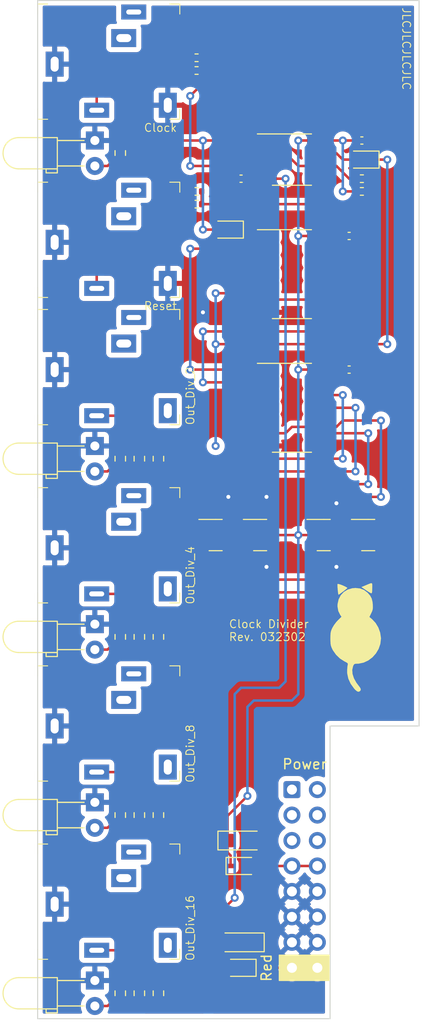
<source format=kicad_pcb>
(kicad_pcb (version 20211014) (generator pcbnew)
  (layers (0 "F.Cu" signal) (31 "B.Cu" signal) (34 "B.Paste" user) (35 "F.Paste" user) (36 "B.SilkS" user "B.Silkscreen") (37 "F.SilkS" user "F.Silkscreen") (38 "B.Mask" user) (39 "F.Mask" user) (44 "Edge.Cuts" user))
  (net 0 "")
  (net 1 "-12V")
  (net 2 "GND")
  (net 3 "Net-(D1-Pad2)")
  (net 4 "Net-(D2-Pad2)")
  (net 5 "Net-(IC1-Pad1)")
  (net 6 "Net-(IC1-Pad2)")
  (net 7 "Net-(D4-Pad1)")
  (net 8 "Net-(IC1-Pad3)")
  (net 9 "Net-(IC3-Pad2)")
  (net 10 "Net-(D5-Pad2)")
  (net 11 "Net-(IC3-Pad6)")
  (net 12 "Net-(IC3-Pad8)")
  (net 16 "Net-(IC4-Pad6)")
  (net 18 "Net-(IC4-Pad9)")
  (net 20 "Net-(IC4-Pad11)")
  (net 21 "Net-(IC4-Pad12)")
  (net 23 "Net-(J1-PadT)")
  (net 24 "Net-(J2-PadT)")
  (net 25 "Net-(J3-PadT)")
  (net 26 "Net-(J4-PadT)")
  (net 27 "Net-(J5-PadT)")
  (net 28 "Net-(J6-PadT)")
  (net 29 "Net-(IC1-Pad5)")
  (net 30 "Net-(D6-Pad2)")
  (net 31 "Net-(D7-Pad2)")
  (net 32 "+12V")
  (net 33 "Net-(IC3-Pad5)")
  (net 34 "Net-(D8-Pad2)")
  (net 35 "L{slash}2")
  (net 36 "L{slash}4")
  (net 37 "L{slash}8")
  (net 38 "L{slash}16")
  (net 39 "Net-(IC3-Pad1)")
  (net 40 "Net-(IC1-Pad7)")
  (footprint "Resistor_SMD:R_0603_1608Metric" (layer "F.Cu") (at 10.16 81.28 90)
    (fp_text reference "R17" hide)
    (fp_text value "1k2" hide)
    (pad "1" smd roundrect (at -0.825 0 90) (size 0.8 0.95) (layers "F.Cu" "F.Paste" "F.Mask") (net 37 "L{slash}8"))
    (pad "2" smd roundrect (at 0.825 0 90) (size 0.8 0.95) (layers "F.Cu" "F.Paste" "F.Mask") (net 27 "Net-(J5-PadT)"))
  )
  (footprint "Resistor_SMD:R_0402_1005Metric" (layer "F.Cu") (at 15.875 6.985)
    (fp_text reference "R4" hide)
    (fp_text value "10k" hide)
    (pad "1" smd roundrect (at -0.51 0) (size 0.54 0.64) (layers "F.Cu" "F.Paste" "F.Mask") (net 23 "Net-(J1-PadT)"))
    (pad "2" smd roundrect (at 0.51 0) (size 0.54 0.64) (layers "F.Cu" "F.Paste" "F.Mask") (net 8 "Net-(IC1-Pad3)"))
  )
  (footprint "Resistor_SMD:R_0603_1608Metric" (layer "F.Cu") (at 12.065 63.5 -90)
    (fp_text reference "R16" hide)
    (fp_text value "1k" hide)
    (pad "1" smd roundrect (at -0.825 0 270) (size 0.8 0.95) (layers "F.Cu" "F.Paste" "F.Mask") (net 25 "Net-(J3-PadT)"))
    (pad "2" smd roundrect (at 0.825 0 270) (size 0.8 0.95) (layers "F.Cu" "F.Paste" "F.Mask") (net 2 "GND"))
  )
  (footprint "Capacitor_Tantalum_SMD:CP_EIA-3216-18_Kemet-A" (layer "F.Cu") (at 20.32 83.82)
    (fp_text reference "C2" hide)
    (fp_text value "10uF/16V" hide)
    (pad "1" smd roundrect (at -1.35 0) (size 1.4 1.35) (layers "F.Cu" "F.Paste" "F.Mask") (roundrect_rratio 0.1851851852) (net 32 "+12V"))
    (pad "2" smd roundrect (at 1.35 0) (size 1.4 1.35) (layers "F.Cu" "F.Paste" "F.Mask") (roundrect_rratio 0.1851851852) (net 2 "GND"))
  )
  (footprint "Resistor_SMD:R_0603_1608Metric" (layer "F.Cu") (at 10.16 99.06 90)
    (fp_text reference "R19" hide)
    (fp_text value "1k2" hide)
    (pad "1" smd roundrect (at -0.825 0 90) (size 0.8 0.95) (layers "F.Cu" "F.Paste" "F.Mask") (net 38 "L{slash}16"))
    (pad "2" smd roundrect (at 0.825 0 90) (size 0.8 0.95) (layers "F.Cu" "F.Paste" "F.Mask") (net 28 "Net-(J6-PadT)"))
  )
  (footprint "Capacitor_SMD:C_0402_1005Metric" (layer "F.Cu") (at 31.115 36.83)
    (fp_text reference "C4" hide)
    (fp_text value "100nF" hide)
    (pad "1" smd roundrect (at -0.48 0) (size 0.56 0.62) (layers "F.Cu" "F.Paste" "F.Mask") (net 32 "+12V"))
    (pad "2" smd roundrect (at 0.48 0) (size 0.56 0.62) (layers "F.Cu" "F.Paste" "F.Mask") (net 2 "GND"))
  )
  (footprint "Package_SO:SOIC-14_3.9x8.7mm_P1.27mm" (layer "F.Cu") (at 25.4 27.305)
    (fp_text reference "IC3" hide)
    (fp_text value "CD4069UBM96" hide)
    (pad "1" smd roundrect (at -2.475 -3.81) (size 1.95 0.6) (layers "F.Cu" "F.Paste" "F.Mask") (net 39 "Net-(IC3-Pad1)"))
    (pad "2" smd roundrect (at -2.475 -2.54) (size 1.95 0.6) (layers "F.Cu" "F.Paste" "F.Mask") (net 9 "Net-(IC3-Pad2)"))
    (pad "3" smd roundrect (at -2.475 -1.27) (size 1.95 0.6) (layers "F.Cu" "F.Paste" "F.Mask"))
    (pad "4" smd roundrect (at -2.475 0) (size 1.95 0.6) (layers "F.Cu" "F.Paste" "F.Mask"))
    (pad "5" smd roundrect (at -2.475 1.27) (size 1.95 0.6) (layers "F.Cu" "F.Paste" "F.Mask") (net 33 "Net-(IC3-Pad5)"))
    (pad "6" smd roundrect (at -2.475 2.54) (size 1.95 0.6) (layers "F.Cu" "F.Paste" "F.Mask") (net 11 "Net-(IC3-Pad6)"))
    (pad "7" smd roundrect (at -2.475 3.81) (size 1.95 0.6) (layers "F.Cu" "F.Paste" "F.Mask") (net 2 "GND"))
    (pad "8" smd roundrect (at 2.475 3.81) (size 1.95 0.6) (layers "F.Cu" "F.Paste" "F.Mask") (net 12 "Net-(IC3-Pad8)"))
    (pad "9" smd roundrect (at 2.475 2.54) (size 1.95 0.6) (layers "F.Cu" "F.Paste" "F.Mask") (net 11 "Net-(IC3-Pad6)"))
    (pad "10" smd roundrect (at 2.475 1.27) (size 1.95 0.6) (layers "F.Cu" "F.Paste" "F.Mask"))
    (pad "11" smd roundrect (at 2.475 0) (size 1.95 0.6) (layers "F.Cu" "F.Paste" "F.Mask"))
    (pad "12" smd roundrect (at 2.475 -1.27) (size 1.95 0.6) (layers "F.Cu" "F.Paste" "F.Mask"))
    (pad "13" smd roundrect (at 2.475 -2.54) (size 1.95 0.6) (layers "F.Cu" "F.Paste" "F.Mask"))
    (pad "14" smd roundrect (at 2.475 -3.81) (size 1.95 0.6) (layers "F.Cu" "F.Paste" "F.Mask") (net 32 "+12V"))
  )
  (footprint "Connector_Audio_QingPu:Jack_3.5mm_QingPu_WQP-PJ324M" (layer "F.Cu") (at 0 6.35)
    (fp_text reference "J1" hide)
    (fp_text value "Clock" (at 13.97 6.35) (layer "F.SilkS") (effects (font (size 0.8 0.8) (thickness 0.1)) (justify right)))
    (pad "R" thru_hole rect locked (at 9.6 -5.2) (size 2.5 1.5) (drill oval 1.5 0.5) (layers *.Cu *.Mask))
    (pad "RN" thru_hole rect locked (at 8.6 -2.6) (size 2.5 1.8) (drill oval 1.5 0.8) (layers *.Cu *.Mask))
    (pad "S" thru_hole rect locked (at 1.7 0) (size 1.8 2.5) (drill oval 0.8 1.5) (layers *.Cu *.Mask) (net 2 "GND"))
    (pad "T" thru_hole rect locked (at 5.9 4.6) (size 2.5 1.5) (drill oval 1.5 0.5) (layers *.Cu *.Mask) (net 23 "Net-(J1-PadT)"))
    (pad "TN" thru_hole rect locked (at 13 4.1) (size 1.8 2.5) (drill oval 0.8 1.5) (layers *.Cu *.Mask) (net 2 "GND"))
  )
  (footprint "LED_THT:LED_D3.0mm_Horizontal_O3.81mm_Z6.0mm" (layer "F.Cu") (at 5.715 97.79 -90)
    (fp_text reference "D8" hide)
    (fp_text value "LED" hide)
    (pad "1" thru_hole rect (at 0 0 270) (size 1.8 1.8) (drill 0.9) (layers *.Cu *.Mask) (net 2 "GND"))
    (pad "2" thru_hole circle (at 2.54 0 270) (size 1.8 1.8) (drill 0.9) (layers *.Cu *.Mask) (net 34 "Net-(D8-Pad2)"))
  )
  (footprint "Resistor_SMD:R_0603_1608Metric" (layer "F.Cu") (at 10.16 63.5 90)
    (fp_text reference "R14" hide)
    (fp_text value "1k2" hide)
    (pad "1" smd roundrect (at -0.825 0 90) (size 0.8 0.95) (layers "F.Cu" "F.Paste" "F.Mask") (net 36 "L{slash}4"))
    (pad "2" smd roundrect (at 0.825 0 90) (size 0.8 0.95) (layers "F.Cu" "F.Paste" "F.Mask") (net 25 "Net-(J3-PadT)"))
  )
  (footprint "Resistor_SMD:R_0402_1005Metric" (layer "F.Cu") (at 15.875 20.32)
    (fp_text reference "R10" hide)
    (fp_text value "10k" hide)
    (pad "1" smd roundrect (at -0.51 0) (size 0.54 0.64) (layers "F.Cu" "F.Paste" "F.Mask") (net 26 "Net-(J4-PadT)"))
    (pad "2" smd roundrect (at 0.51 0) (size 0.54 0.64) (layers "F.Cu" "F.Paste" "F.Mask") (net 29 "Net-(IC1-Pad5)"))
  )
  (footprint "Package_SO:SOIC-8_3.9x4.9mm_P1.27mm" (layer "F.Cu") (at 25.4 15.875)
    (fp_text reference "IC1" hide)
    (fp_text value "TL072CDT" hide)
    (pad "1" smd roundrect (at -2.475 -1.905) (size 1.95 0.6) (layers "F.Cu" "F.Paste" "F.Mask") (net 5 "Net-(IC1-Pad1)"))
    (pad "2" smd roundrect (at -2.475 -0.635) (size 1.95 0.6) (layers "F.Cu" "F.Paste" "F.Mask") (net 6 "Net-(IC1-Pad2)"))
    (pad "3" smd roundrect (at -2.475 0.635) (size 1.95 0.6) (layers "F.Cu" "F.Paste" "F.Mask") (net 8 "Net-(IC1-Pad3)"))
    (pad "4" smd roundrect (at -2.475 1.905) (size 1.95 0.6) (layers "F.Cu" "F.Paste" "F.Mask") (net 1 "-12V"))
    (pad "5" smd roundrect (at 2.475 1.905) (size 1.95 0.6) (layers "F.Cu" "F.Paste" "F.Mask") (net 29 "Net-(IC1-Pad5)"))
    (pad "6" smd roundrect (at 2.475 0.635) (size 1.95 0.6) (layers "F.Cu" "F.Paste" "F.Mask") (net 6 "Net-(IC1-Pad2)"))
    (pad "7" smd roundrect (at 2.475 -0.635) (size 1.95 0.6) (layers "F.Cu" "F.Paste" "F.Mask") (net 40 "Net-(IC1-Pad7)"))
    (pad "8" smd roundrect (at 2.475 -1.905) (size 1.95 0.6) (layers "F.Cu" "F.Paste" "F.Mask") (net 32 "+12V"))
  )
  (footprint "Connector_Audio_QingPu:Jack_3.5mm_QingPu_WQP-PJ324M" (layer "F.Cu") (at 0 90.17)
    (fp_text reference "J6" hide)
    (fp_text value "Out_Div_16" (at 15.24 5.715 90) (layer "F.SilkS") (effects (font (size 0.8 0.8) (thickness 0.1)) (justify left)))
    (pad "R" thru_hole rect locked (at 9.6 -5.2) (size 2.5 1.5) (drill oval 1.5 0.5) (layers *.Cu *.Mask))
    (pad "RN" thru_hole rect locked (at 8.6 -2.6) (size 2.5 1.8) (drill oval 1.5 0.8) (layers *.Cu *.Mask))
    (pad "S" thru_hole rect locked (at 1.7 0) (size 1.8 2.5) (drill oval 0.8 1.5) (layers *.Cu *.Mask) (net 2 "GND"))
    (pad "T" thru_hole rect locked (at 5.9 4.6) (size 2.5 1.5) (drill oval 1.5 0.5) (layers *.Cu *.Mask) (net 28 "Net-(J6-PadT)"))
    (pad "TN" thru_hole rect locked (at 13 4.1) (size 1.8 2.5) (drill oval 0.8 1.5) (layers *.Cu *.Mask))
  )
  (footprint "Package_TO_SOT_SMD:SOT-23" (layer "F.Cu") (at 17.78 53.34)
    (fp_text reference "Q1" hide)
    (fp_text value "MMBT3904" hide)
    (pad "1" smd roundrect (at -0.9375 -0.95) (size 1.475 0.6) (layers "F.Cu" "F.Paste" "F.Mask") (net 21 "Net-(IC4-Pad12)"))
    (pad "2" smd roundrect (at -0.9375 0.95) (size 1.475 0.6) (layers "F.Cu" "F.Paste" "F.Mask") (net 35 "L{slash}2"))
    (pad "3" smd roundrect (at 0.9375 0) (size 1.475 0.6) (layers "F.Cu" "F.Paste" "F.Mask") (net 32 "+12V"))
  )
  (footprint "Resistor_SMD:R_0603_1608Metric" (layer "F.Cu") (at 12.065 81.28 -90)
    (fp_text reference "R18" hide)
    (fp_text value "1k" hide)
    (pad "1" smd roundrect (at -0.825 0 270) (size 0.8 0.95) (layers "F.Cu" "F.Paste" "F.Mask") (net 27 "Net-(J5-PadT)"))
    (pad "2" smd roundrect (at 0.825 0 270) (size 0.8 0.95) (layers "F.Cu" "F.Paste" "F.Mask") (net 2 "GND"))
  )
  (footprint "LED_THT:LED_D3.0mm_Horizontal_O3.81mm_Z6.0mm" (layer "F.Cu") (at 5.715 44.45 -90)
    (fp_text reference "D5" hide)
    (fp_text value "LED" hide)
    (pad "1" thru_hole rect (at 0 0 270) (size 1.8 1.8) (drill 0.9) (layers *.Cu *.Mask) (net 2 "GND"))
    (pad "2" thru_hole circle (at 2.54 0 270) (size 1.8 1.8) (drill 0.9) (layers *.Cu *.Mask) (net 10 "Net-(D5-Pad2)"))
  )
  (footprint "Resistor_SMD:R_0603_1608Metric" (layer "F.Cu") (at 8.255 99.06 -90)
    (fp_text reference "R24" hide)
    (fp_text value "1k" hide)
    (pad "1" smd roundrect (at -0.825 0 270) (size 0.8 0.95) (layers "F.Cu" "F.Paste" "F.Mask") (net 38 "L{slash}16"))
    (pad "2" smd roundrect (at 0.825 0 270) (size 0.8 0.95) (layers "F.Cu" "F.Paste" "F.Mask") (net 34 "Net-(D8-Pad2)"))
  )
  (footprint "Resistor_SMD:R_0603_1608Metric" (layer "F.Cu") (at 8.255 63.5 -90)
    (fp_text reference "R22" hide)
    (fp_text value "1k" hide)
    (pad "1" smd roundrect (at -0.825 0 270) (size 0.8 0.95) (layers "F.Cu" "F.Paste" "F.Mask") (net 36 "L{slash}4"))
    (pad "2" smd roundrect (at 0.825 0 270) (size 0.8 0.95) (layers "F.Cu" "F.Paste" "F.Mask") (net 30 "Net-(D6-Pad2)"))
  )
  (footprint "Package_TO_SOT_SMD:SOT-23" (layer "F.Cu") (at 28.575 53.34)
    (fp_text reference "Q3" hide)
    (fp_text value "MMBT3904" hide)
    (pad "1" smd roundrect (at -0.9375 -0.95) (size 1.475 0.6) (layers "F.Cu" "F.Paste" "F.Mask") (net 18 "Net-(IC4-Pad9)"))
    (pad "2" smd roundrect (at -0.9375 0.95) (size 1.475 0.6) (layers "F.Cu" "F.Paste" "F.Mask") (net 37 "L{slash}8"))
    (pad "3" smd roundrect (at 0.9375 0) (size 1.475 0.6) (layers "F.Cu" "F.Paste" "F.Mask") (net 32 "+12V"))
  )
  (footprint "Resistor_SMD:R_0603_1608Metric" (layer "F.Cu") (at 8.255 81.28 -90)
    (fp_text reference "R23" hide)
    (fp_text value "1k" hide)
    (pad "1" smd roundrect (at -0.825 0 270) (size 0.8 0.95) (layers "F.Cu" "F.Paste" "F.Mask") (net 37 "L{slash}8"))
    (pad "2" smd roundrect (at 0.825 0 270) (size 0.8 0.95) (layers "F.Cu" "F.Paste" "F.Mask") (net 31 "Net-(D7-Pad2)"))
  )
  (footprint "Resistor_SMD:R_0603_1608Metric" (layer "F.Cu") (at 10.16 45.72 90)
    (fp_text reference "R7" hide)
    (fp_text value "1k2" hide)
    (pad "1" smd roundrect (at -0.825 0 90) (size 0.8 0.95) (layers "F.Cu" "F.Paste" "F.Mask") (net 35 "L{slash}2"))
    (pad "2" smd roundrect (at 0.825 0 90) (size 0.8 0.95) (layers "F.Cu" "F.Paste" "F.Mask") (net 24 "Net-(J2-PadT)"))
  )
  (footprint "Package_TO_SOT_SMD:SOT-23" (layer "F.Cu") (at 22.225 53.34)
    (fp_text reference "Q2" hide)
    (fp_text value "MMBT3904" hide)
    (pad "1" smd roundrect (at -0.9375 -0.95) (size 1.475 0.6) (layers "F.Cu" "F.Paste" "F.Mask") (net 20 "Net-(IC4-Pad11)"))
    (pad "2" smd roundrect (at -0.9375 0.95) (size 1.475 0.6) (layers "F.Cu" "F.Paste" "F.Mask") (net 36 "L{slash}4"))
    (pad "3" smd roundrect (at 0.9375 0) (size 1.475 0.6) (layers "F.Cu" "F.Paste" "F.Mask") (net 32 "+12V"))
  )
  (footprint "Resistor_SMD:R_0402_1005Metric" (layer "F.Cu") (at 32.385 17.78 180)
    (fp_text reference "R15" hide)
    (fp_text value "10k" hide)
    (pad "1" smd roundrect (at -0.51 0 180) (size 0.54 0.64) (layers "F.Cu" "F.Paste" "F.Mask") (net 2 "GND"))
    (pad "2" smd roundrect (at 0.51 0 180) (size 0.54 0.64) (layers "F.Cu" "F.Paste" "F.Mask") (net 6 "Net-(IC1-Pad2)"))
  )
  (footprint "Resistor_SMD:R_0603_1608Metric" (layer "F.Cu") (at 12.065 45.72 -90)
    (fp_text reference "R8" hide)
    (fp_text value "1k" hide)
    (pad "1" smd roundrect (at -0.825 0 270) (size 0.8 0.95) (layers "F.Cu" "F.Paste" "F.Mask") (net 24 "Net-(J2-PadT)"))
    (pad "2" smd roundrect (at 0.825 0 270) (size 0.8 0.95) (layers "F.Cu" "F.Paste" "F.Mask") (net 2 "GND"))
  )
  (footprint "Diode_SMD:D_SOD-323" (layer "F.Cu") (at 19.05 22.86 180)
    (fp_text reference "D3" hide)
    (fp_text value "1N4148WS" hide)
    (pad "1" smd rect (at -1.05 0 180) (size 0.6 0.45) (layers "F.Cu" "F.Paste" "F.Mask") (net 39 "Net-(IC3-Pad1)"))
    (pad "2" smd rect (at 1.05 0 180) (size 0.6 0.45) (layers "F.Cu" "F.Paste" "F.Mask") (net 5 "Net-(IC1-Pad1)"))
  )
  (footprint "Capacitor_SMD:C_0402_1005Metric" (layer "F.Cu") (at 20.32 17.78)
    (fp_text reference "C6" hide)
    (fp_text value "100nF" hide)
    (pad "1" smd roundrect (at -0.48 0) (size 0.56 0.62) (layers "F.Cu" "F.Paste" "F.Mask") (net 2 "GND"))
    (pad "2" smd roundrect (at 0.48 0) (size 0.56 0.62) (layers "F.Cu" "F.Paste" "F.Mask") (net 1 "-12V"))
  )
  (footprint "Connector_Audio_QingPu:Jack_3.5mm_QingPu_WQP-PJ324M" (layer "F.Cu") (at 0 24.13)
    (fp_text reference "J4" hide)
    (fp_text value "Reset" (at 13.97 6.35) (layer "F.SilkS") (effects (font (size 0.8 0.8) (thickness 0.1)) (justify right)))
    (pad "R" thru_hole rect locked (at 9.6 -5.2) (size 2.5 1.5) (drill oval 1.5 0.5) (layers *.Cu *.Mask))
    (pad "RN" thru_hole rect locked (at 8.6 -2.6) (size 2.5 1.8) (drill oval 1.5 0.8) (layers *.Cu *.Mask))
    (pad "S" thru_hole rect locked (at 1.7 0) (size 1.8 2.5) (drill oval 0.8 1.5) (layers *.Cu *.Mask) (net 2 "GND"))
    (pad "T" thru_hole rect locked (at 5.9 4.6) (size 2.5 1.5) (drill oval 1.5 0.5) (layers *.Cu *.Mask) (net 26 "Net-(J4-PadT)"))
    (pad "TN" thru_hole rect locked (at 13 4.1) (size 1.8 2.5) (drill oval 0.8 1.5) (layers *.Cu *.Mask) (net 2 "GND"))
  )
  (footprint "Resistor_SMD:R_0603_1608Metric" (layer "F.Cu") (at 8.255 45.72 -90)
    (fp_text reference "R21" hide)
    (fp_text value "1k" hide)
    (pad "1" smd roundrect (at -0.825 0 270) (size 0.8 0.95) (layers "F.Cu" "F.Paste" "F.Mask") (net 35 "L{slash}2"))
    (pad "2" smd roundrect (at 0.825 0 270) (size 0.8 0.95) (layers "F.Cu" "F.Paste" "F.Mask") (net 10 "Net-(D5-Pad2)"))
  )
  (footprint "Capacitor_SMD:C_0402_1005Metric" (layer "F.Cu") (at 32.385 13.97)
    (fp_text reference "C1" hide)
    (fp_text value "100nF" hide)
    (pad "1" smd roundrect (at -0.48 0) (size 0.56 0.62) (layers "F.Cu" "F.Paste" "F.Mask") (net 32 "+12V"))
    (pad "2" smd roundrect (at 0.48 0) (size 0.56 0.62) (layers "F.Cu" "F.Paste" "F.Mask") (net 2 "GND"))
  )
  (footprint "LED_THT:LED_D3.0mm_Horizontal_O3.81mm_Z6.0mm" (layer "F.Cu") (at 5.715 80.01 -90)
    (fp_text reference "D7" hide)
    (fp_text value "LED" hide)
    (pad "1" thru_hole rect (at 0 0 270) (size 1.8 1.8) (drill 0.9) (layers *.Cu *.Mask) (net 2 "GND"))
    (pad "2" thru_hole circle (at 2.54 0 270) (size 1.8 1.8) (drill 0.9) (layers *.Cu *.Mask) (net 31 "Net-(D7-Pad2)"))
  )
  (footprint "Diode_SMD:D_SOD-323" (layer "F.Cu") (at 20.32 96.52 180)
    (fp_text reference "D4" hide)
    (fp_text value "1N5819WS" hide)
    (pad "1" smd rect (at -1.05 0 180) (size 0.6 0.45) (layers "F.Cu" "F.Paste" "F.Mask") (net 7 "Net-(D4-Pad1)"))
    (pad "2" smd rect (at 1.05 0 180) (size 0.6 0.45) (layers "F.Cu" "F.Paste" "F.Mask") (net 1 "-12V"))
  )
  (footprint "Diode_SMD:D_SOD-323" (layer "F.Cu") (at 32.605 15.875 180)
    (fp_text reference "D9" hide)
    (fp_text value "1N4148WS" hide)
    (pad "1" smd rect (at -1.05 0 180) (size 0.6 0.45) (layers "F.Cu" "F.Paste" "F.Mask") (net 33 "Net-(IC3-Pad5)"))
    (pad "2" smd rect (at 1.05 0 180) (size 0.6 0.45) (layers "F.Cu" "F.Paste" "F.Mask") (net 40 "Net-(IC1-Pad7)"))
  )
  (footprint "Package_SO:SOIC-14_3.9x8.7mm_P1.27mm" (layer "F.Cu") (at 25.4 40.64)
    (fp_text reference "IC4" hide)
    (fp_text value "CD4024BM96" hide)
    (pad "1" smd roundrect (at -2.475 -3.81) (size 1.95 0.6) (layers "F.Cu" "F.Paste" "F.Mask") (net 9 "Net-(IC3-Pad2)"))
    (pad "2" smd roundrect (at -2.475 -2.54) (size 1.95 0.6) (layers "F.Cu" "F.Paste" "F.Mask") (net 12 "Net-(IC3-Pad8)"))
    (pad "3" smd roundrect (at -2.475 -1.27) (size 1.95 0.6) (layers "F.Cu" "F.Paste" "F.Mask"))
    (pad "4" smd roundrect (at -2.475 0) (size 1.95 0.6) (layers "F.Cu" "F.Paste" "F.Mask"))
    (pad "5" smd roundrect (at -2.475 1.27) (size 1.95 0.6) (layers "F.Cu" "F.Paste" "F.Mask"))
    (pad "6" smd roundrect (at -2.475 2.54) (size 1.95 0.6) (layers "F.Cu" "F.Paste" "F.Mask") (net 16 "Net-(IC4-Pad6)"))
    (pad "7" smd roundrect (at -2.475 3.81) (size 1.95 0.6) (layers "F.Cu" "F.Paste" "F.Mask") (net 2 "GND"))
    (pad "8" smd roundrect (at 2.475 3.81) (size 1.95 0.6) (layers "F.Cu" "F.Paste" "F.Mask"))
    (pad "9" smd roundrect (at 2.475 2.54) (size 1.95 0.6) (layers "F.Cu" "F.Paste" "F.Mask") (net 18 "Net-(IC4-Pad9)"))
    (pad "10" smd roundrect (at 2.475 1.27) (size 1.95 0.6) (layers "F.Cu" "F.Paste" "F.Mask"))
    (pad "11" smd roundrect (at 2.475 0) (size 1.95 0.6) (layers "F.Cu" "F.Paste" "F.Mask") (net 20 "Net-(IC4-Pad11)"))
    (pad "12" smd roundrect (at 2.475 -1.27) (size 1.95 0.6) (layers "F.Cu" "F.Paste" "F.Mask") (net 21 "Net-(IC4-Pad12)"))
    (pad "13" smd roundrect (at 2.475 -2.54) (size 1.95 0.6) (layers "F.Cu" "F.Paste" "F.Mask"))
    (pad "14" smd roundrect (at 2.475 -3.81) (size 1.95 0.6) (layers "F.Cu" "F.Paste" "F.Mask") (net 32 "+12V"))
  )
  (footprint "Capacitor_SMD:C_0402_1005Metric" (layer "F.Cu") (at 31.115 23.495)
    (fp_text reference "C5" hide)
    (fp_text value "100nF" hide)
    (pad "1" smd roundrect (at -0.48 0) (size 0.56 0.62) (layers "F.Cu" "F.Paste" "F.Mask") (net 32 "+12V"))
    (pad "2" smd roundrect (at 0.48 0) (size 0.56 0.62) (layers "F.Cu" "F.Paste" "F.Mask") (net 2 "GND"))
  )
  (footprint "Connector_Audio_QingPu:Jack_3.5mm_QingPu_WQP-PJ324M" (layer "F.Cu") (at 0 54.61)
    (fp_text reference "J3" hide)
    (fp_text value "Out_Div_4" (at 15.24 5.7 90) (layer "F.SilkS") (effects (font (size 0.8 0.8) (thickness 0.1)) (justify left)))
    (pad "R" thru_hole rect locked (at 9.6 -5.2) (size 2.5 1.5) (drill oval 1.5 0.5) (layers *.Cu *.Mask))
    (pad "RN" thru_hole rect locked (at 8.6 -2.6) (size 2.5 1.8) (drill oval 1.5 0.8) (layers *.Cu *.Mask))
    (pad "S" thru_hole rect locked (at 1.7 0) (size 1.8 2.5) (drill oval 0.8 1.5) (layers *.Cu *.Mask) (net 2 "GND"))
    (pad "T" thru_hole rect locked (at 5.9 4.6) (size 2.5 1.5) (drill oval 1.5 0.5) (layers *.Cu *.Mask) (net 25 "Net-(J3-PadT)"))
    (pad "TN" thru_hole rect locked (at 13 4.1) (size 1.8 2.5) (drill oval 0.8 1.5) (layers *.Cu *.Mask))
  )
  (footprint "Resistor_SMD:R_0402_1005Metric" (layer "F.Cu") (at 32.385 19.05 180)
    (fp_text reference "R1" hide)
    (fp_text value "100k" hide)
    (pad "1" smd roundrect (at -0.51 0 180) (size 0.54 0.64) (layers "F.Cu" "F.Paste" "F.Mask") (net 6 "Net-(IC1-Pad2)"))
    (pad "2" smd roundrect (at 0.51 0 180) (size 0.54 0.64) (layers "F.Cu" "F.Paste" "F.Mask") (net 32 "+12V"))
  )
  (footprint "Resistor_SMD:R_0402_1005Metric" (layer "F.Cu") (at 15.875 5.715)
    (fp_text reference "R2" hide)
    (fp_text value "100k" hide)
    (pad "1" smd roundrect (at -0.51 0) (size 0.54 0.64) (layers "F.Cu" "F.Paste" "F.Mask") (net 2 "GND"))
    (pad "2" smd roundrect (at 0.51 0) (size 0.54 0.64) (layers "F.Cu" "F.Paste" "F.Mask") (net 8 "Net-(IC1-Pad3)"))
  )
  (footprint "Package_TO_SOT_SMD:SOT-23" (layer "F.Cu") (at 33.02 53.34)
    (fp_text reference "Q4" hide)
    (fp_text value "MMBT3904" hide)
    (pad "1" smd roundrect (at -0.9375 -0.95) (size 1.475 0.6) (layers "F.Cu" "F.Paste" "F.Mask") (net 16 "Net-(IC4-Pad6)"))
    (pad "2" smd roundrect (at -0.9375 0.95) (size 1.475 0.6) (layers "F.Cu" "F.Paste" "F.Mask") (net 38 "L{slash}16"))
    (pad "3" smd roundrect (at 0.9375 0) (size 1.475 0.6) (layers "F.Cu" "F.Paste" "F.Mask") (net 32 "+12V"))
  )
  (footprint "LED_THT:LED_D3.0mm_Horizontal_O3.81mm_Z6.0mm" (layer "F.Cu") (at 5.715 62.23 -90)
    (fp_text reference "D6" hide)
    (fp_text value "LED" hide)
    (pad "1" thru_hole rect (at 0 0 270) (size 1.8 1.8) (drill 0.9) (layers *.Cu *.Mask) (net 2 "GND"))
    (pad "2" thru_hole circle (at 2.54 0 270) (size 1.8 1.8) (drill 0.9) (layers *.Cu *.Mask) (net 30 "Net-(D6-Pad2)"))
  )
  (footprint "Connector_Audio_QingPu:Jack_3.5mm_QingPu_WQP-PJ324M" (layer "F.Cu") (at 0 36.83)
    (fp_text reference "J2" hide)
    (fp_text value "Out_Div_2" (at 15.24 5.588 90) (layer "F.SilkS") (effects (font (size 0.8 0.8) (thickness 0.1)) (justify left)))
    (pad "R" thru_hole rect locked (at 9.6 -5.2) (size 2.5 1.5) (drill oval 1.5 0.5) (layers *.Cu *.Mask))
    (pad "RN" thru_hole rect locked (at 8.6 -2.6) (size 2.5 1.8) (drill oval 1.5 0.8) (layers *.Cu *.Mask))
    (pad "S" thru_hole rect locked (at 1.7 0) (size 1.8 2.5) (drill oval 0.8 1.5) (layers *.Cu *.Mask) (net 2 "GND"))
    (pad "T" thru_hole rect locked (at 5.9 4.6) (size 2.5 1.5) (drill oval 1.5 0.5) (layers *.Cu *.Mask) (net 24 "Net-(J2-PadT)"))
    (pad "TN" thru_hole rect locked (at 13 4.1) (size 1.8 2.5) (drill oval 0.8 1.5) (layers *.Cu *.Mask))
  )
  (footprint "Resistor_SMD:R_0603_1608Metric" (layer "F.Cu") (at 8.255 15.22 -90)
    (fp_text reference "R12" hide)
    (fp_text value "1k" hide)
    (pad "1" smd roundrect (at -0.825 0 270) (size 0.8 0.95) (layers "F.Cu" "F.Paste" "F.Mask") (net 5 "Net-(IC1-Pad1)"))
    (pad "2" smd roundrect (at 0.825 0 270) (size 0.8 0.95) (layers "F.Cu" "F.Paste" "F.Mask") (net 3 "Net-(D1-Pad2)"))
  )
  (footprint "CATs_Eurosynth_Specials:Power_2x8_Horizontal" (layer "F.Cu") (at 25.4 78.74)
    (fp_text reference "J7" hide)
    (fp_text value "Power_2x5" hide)
    (fp_text user "Power" (at 1.27 -2.54 180) (layer "F.SilkS"))
    (fp_text user "Red" (at -2.54 17.78 90) (layer "F.SilkS"))
    (pad "+5V" thru_hole circle locked (at 0 5.08) (size 1.7 1.7) (drill 1) (layers *.Cu *.Mask))
    (pad "+5V" thru_hole circle locked (at 2.54 5.08) (size 1.7 1.7) (drill 1) (layers *.Cu *.Mask))
    (pad "+12V" thru_hole circle locked (at 0 7.62) (size 1.7 1.7) (drill 1) (layers *.Cu *.Mask) (net 4 "Net-(D2-Pad2)"))
    (pad "+12V" thru_hole circle locked (at 2.54 7.62) (size 1.7 1.7) (drill 1) (layers *.Cu *.Mask) (net 4 "Net-(D2-Pad2)"))
    (pad "-12V" thru_hole circle locked (at 2.54 17.78) (size 1.7 1.7) (drill 1) (layers *.Cu *.Mask) (net 7 "Net-(D4-Pad1)"))
    (pad "-12V" thru_hole circle locked (at 0 17.78) (size 1.7 1.7) (drill 1) (layers *.Cu *.Mask) (net 7 "Net-(D4-Pad1)"))
    (pad "CV" thru_hole circle locked (at 2.54 2.54) (size 1.7 1.7) (drill 1) (layers *.Cu *.Mask))
    (pad "CV" thru_hole circle locked (at 0 2.54) (size 1.7 1.7) (drill 1) (layers *.Cu *.Mask))
    (pad "GND" thru_hole circle locked (at 2.54 15.24) (size 1.7 1.7) (drill 1) (layers *.Cu *.Mask) (net 2 "GND"))
    (pad "GND" thru_hole circle locked (at 0 12.7) (size 1.7 1.7) (drill 1) (layers *.Cu *.Mask) (net 2 "GND"))
    (pad "GND" thru_hole circle locked (at 0 10.16) (size 1.7 1.7) (drill 1) (layers *.Cu *.Mask) (net 2 "GND"))
    (pad "GND" thru_hole circle locked (at 2.54 10.16) (size 1.7 1.7) (drill 1) (layers *.Cu *.Mask) (net 2 "GND"))
    (pad "GND" thru_hole circle locked (at 2.54 12.7) (size 1.7 1.7) (drill 1) (layers *.Cu *.Mask) (net 2 "GND"))
    (pad "GND" thru_hole circle locked (at 0 15.24) (size 1.7 1.7) (drill 1) (layers *.Cu *.Mask) (net 2 "GND"))
    (pad "Gate" thru_hole circle locked (at 2.54 0) (size 1.7 1.7) (drill 1) (layers *.Cu *.Mask))
    (pad "Gate" thru_hole roundrect locked (at 0 0) (size 1.7 1.7) (drill 1) (layers *.Cu *.Mask) (roundrect_rratio 0.147))
  )
  (footprint "Connector_Audio_QingPu:Jack_3.5mm_QingPu_WQP-PJ324M" (layer "F.Cu") (at 0 72.39)
    (fp_text reference "J5" hide)
    (fp_text value "Out_Div_8" (at 15.24 5.715 90) (layer "F.SilkS") (effects (font (size 0.8 0.8) (thickness 0.1)) (justify left)))
    (pad "R" thru_hole rect locked (at 9.6 -5.2) (size 2.5 1.5) (drill oval 1.5 0.5) (layers *.Cu *.Mask))
    (pad "RN" thru_hole rect locked (at 8.6 -2.6) (size 2.5 1.8) (drill oval 1.5 0.8) (layers *.Cu *.Mask))
    (pad "S" thru_hole rect locked (at 1.7 0) (size 1.8 2.5) (drill oval 0.8 1.5) (layers *.Cu *.Mask) (net 2 "GND"))
    (pad "T" thru_hole rect locked (at 5.9 4.6) (size 2.5 1.5) (drill oval 1.5 0.5) (layers *.Cu *.Mask) (net 27 "Net-(J5-PadT)"))
    (pad "TN" thru_hole rect locked (at 13 4.1) (size 1.8 2.5) (drill oval 0.8 1.5) (layers *.Cu *.Mask))
  )
  (footprint "Diode_SMD:D_SOD-323" (layer "F.Cu") (at 20.32 86.36)
    (fp_text reference "D2" hide)
    (fp_text value "1N5819WS" hide)
    (pad "1" smd rect (at -1.05 0) (size 0.6 0.45) (layers "F.Cu" "F.Paste" "F.Mask") (net 32 "+12V"))
    (pad "2" smd rect (at 1.05 0) (size 0.6 0.45) (layers "F.Cu" "F.Paste" "F.Mask") (net 4 "Net-(D2-Pad2)"))
  )
  (footprint "Resistor_SMD:R_0402_1005Metric" (layer "F.Cu") (at 15.875 19.05)
    (fp_text reference "R5" hide)
    (fp_text value "100k" hide)
    (pad "1" smd roundrect (at -0.51 0) (size 0.54 0.64) (layers "F.Cu" "F.Paste" "F.Mask") (net 2 "GND"))
    (pad "2" smd roundrect (at 0.51 0) (size 0.54 0.64) (layers "F.Cu" "F.Paste" "F.Mask") (net 29 "Net-(IC1-Pad5)"))
  )
  (footprint "CATs_Eurosynth_Specials:CATs Tiny" (layer "F.Cu") (at 31.75 63.5)
    (fp_text reference "G***" hide)
    (fp_text value "LOGO" hide)
  )
  (footprint "LED_THT:LED_D3.0mm_Horizontal_O3.81mm_Z6.0mm" (layer "F.Cu") (at 5.715 13.97 -90)
    (fp_text reference "D1" hide)
    (fp_text value "LED" hide)
    (pad "1" thru_hole rect (at 0 0 270) (size 1.8 1.8) (drill 0.9) (layers *.Cu *.Mask) (net 2 "GND"))
    (pad "2" thru_hole circle (at 2.54 0 270) (size 1.8 1.8) (drill 0.9) (layers *.Cu *.Mask) (net 3 "Net-(D1-Pad2)"))
  )
  (footprint "Resistor_SMD:R_0603_1608Metric" (layer "F.Cu") (at 12.065 99.06 -90)
    (fp_text reference "R20" hide)
    (fp_text value "1k" hide)
    (pad "1" smd roundrect (at -0.825 0 270) (size 0.8 0.95) (layers "F.Cu" "F.Paste" "F.Mask") (net 28 "Net-(J6-PadT)"))
    (pad "2" smd roundrect (at 0.825 0 270) (size 0.8 0.95) (layers "F.Cu" "F.Paste" "F.Mask") (net 2 "GND"))
  )
  (footprint "Capacitor_Tantalum_SMD:CP_EIA-3216-18_Kemet-A" (layer "F.Cu") (at 20.32 93.98 180)
    (fp_text reference "C3" hide)
    (fp_text value "10uF/16V" hide)
    (pad "1" smd roundrect (at -1.35 0 180) (size 1.4 1.35) (layers "F.Cu" "F.Paste" "F.Mask") (roundrect_rratio 0.1851851852) (net 2 "GND"))
    (pad "2" smd roundrect (at 1.35 0 180) (size 1.4 1.35) (layers "F.Cu" "F.Paste" "F.Mask") (roundrect_rratio 0.1851851852) (net 1 "-12V"))
  )
  (gr_line (start 38.1 72.39) (end 29.21 72.39) (layer "Edge.Cuts") (width 0.1))
  (gr_line (start 38.1 0) (end 38.1 72.39) (layer "Edge.Cuts") (width 0.1))
  (gr_line (start 0 101.6) (end 0 0) (layer "Edge.Cuts") (width 0.1))
  (gr_line (start 29.21 101.6) (end 0 101.6) (layer "Edge.Cuts") (width 0.1))
  (gr_line (start 0 0) (end 38.1 0) (layer "Edge.Cuts") (width 0.1))
  (gr_line (start 29.21 72.39) (end 29.21 101.6) (layer "Edge.Cuts") (width 0.1))
  (gr_text "JLCJLCJLCJLC" (at 36.83 0.635 270) (layer "F.SilkS") (effects (font (size 0.8 0.8) (thickness 0.1)) (justify left)))
  (gr_text "Clock Divider\nRev. 032302" (at 19.05 62.865) (layer "F.SilkS") (effects (font (size 0.8 0.8) (thickness 0.1)) (justify left)))
  (segment (start 19.27 96.52) (end 19.27 95.47) (width 0.25) (layer "F.Cu") (net 1))
  (segment (start 18.97 93.98) (end 18.97 90.25) (width 0.25) (layer "F.Cu") (net 1))
  (segment (start 18.97 90.25) (end 19.685 89.535) (width 0.25) (layer "F.Cu") (net 1))
  (segment (start 20.8 17.78) (end 22.925 17.78) (width 0.25) (layer "F.Cu") (net 1))
  (segment (start 18.97 95.17) (end 18.97 93.98) (width 0.25) (layer "F.Cu") (net 1))
  (segment (start 24.765 17.78) (end 22.925 17.78) (width 0.25) (layer "F.Cu") (net 1))
  (segment (start 19.27 95.47) (end 18.97 95.17) (width 0.25) (layer "F.Cu") (net 1))
  (via (at 24.765 17.78) (size 0.8) (drill 0.4) (layers "F.Cu" "B.Cu") (net 1))
  (via (at 19.685 89.535) (size 0.8) (drill 0.4) (layers "F.Cu" "B.Cu") (net 1))
  (segment (start 19.685 89.535) (end 19.685 69.215) (width 0.25) (layer "B.Cu") (net 1))
  (segment (start 24.13 68.58) (end 24.765 67.945) (width 0.25) (layer "B.Cu") (net 1))
  (segment (start 24.765 67.945) (end 24.765 17.78) (width 0.25) (layer "B.Cu") (net 1))
  (segment (start 19.685 69.215) (end 20.32 68.58) (width 0.25) (layer "B.Cu") (net 1))
  (segment (start 20.32 68.58) (end 24.13 68.58) (width 0.25) (layer "B.Cu") (net 1))
  (via (at 19.05 49.53) (size 0.8) (drill 0.4) (layers "F.Cu" "B.Cu") (net 2))
  (via (at 29.845 50.165) (size 0.8) (drill 0.4) (layers "F.Cu" "B.Cu") (net 2))
  (via (at 22.86 49.53) (size 0.8) (drill 0.4) (layers "F.Cu" "B.Cu") (net 2))
  (via (at 16.51 31.115) (size 0.8) (drill 0.4) (layers "F.Cu" "B.Cu") (net 2))
  (via (at 22.86 56.515) (size 0.8) (drill 0.4) (layers "F.Cu" "B.Cu") (net 2))
  (via (at 29.845 56.515) (size 0.8) (drill 0.4) (layers "F.Cu" "B.Cu") (net 2))
  (segment (start 5.715 16.51) (end 6.985 16.51) (width 0.25) (layer "F.Cu") (net 3))
  (segment (start 7.45 16.045) (end 6.985 16.51) (width 0.25) (layer "F.Cu") (net 3))
  (segment (start 8.255 16.045) (end 7.45 16.045) (width 0.25) (layer "F.Cu") (net 3))
  (segment (start 21.37 86.36) (end 25.4 86.36) (width 0.25) (layer "F.Cu") (net 4))
  (segment (start 25.4 86.36) (end 27.94 86.36) (width 0.25) (layer "F.Cu") (net 4))
  (segment (start 16.51 13.97) (end 10.16 13.97) (width 0.25) (layer "F.Cu") (net 5))
  (segment (start 9.735 14.395) (end 8.255 14.395) (width 0.25) (layer "F.Cu") (net 5))
  (segment (start 16.51 13.97) (end 22.925 13.97) (width 0.25) (layer "F.Cu") (net 5))
  (segment (start 10.16 13.97) (end 9.735 14.395) (width 0.25) (layer "F.Cu") (net 5))
  (segment (start 18 22.86) (end 16.51 22.86) (width 0.25) (layer "F.Cu") (net 5))
  (via (at 16.51 13.97) (size 0.8) (drill 0.4) (layers "F.Cu" "B.Cu") (net 5))
  (via (at 16.51 22.86) (size 0.8) (drill 0.4) (layers "F.Cu" "B.Cu") (net 5))
  (segment (start 16.51 13.97) (end 16.51 22.86) (width 0.25) (layer "B.Cu") (net 5))
  (segment (start 24.765 15.24) (end 26.035 16.51) (width 0.25) (layer "F.Cu") (net 6))
  (segment (start 22.925 15.24) (end 24.765 15.24) (width 0.25) (layer "F.Cu") (net 6))
  (segment (start 31.115 17.78) (end 29.845 16.51) (width 0.25) (layer "F.Cu") (net 6))
  (segment (start 29.845 16.51) (end 27.875 16.51) (width 0.25) (layer "F.Cu") (net 6))
  (segment (start 32.895 18.925) (end 31.875 17.905) (width 0.25) (layer "F.Cu") (net 6))
  (segment (start 31.875 17.905) (end 31.875 17.78) (width 0.25) (layer "F.Cu") (net 6))
  (segment (start 31.875 17.78) (end 31.115 17.78) (width 0.25) (layer "F.Cu") (net 6))
  (segment (start 32.895 19.05) (end 32.895 18.925) (width 0.25) (layer "F.Cu") (net 6))
  (segment (start 26.035 16.51) (end 27.875 16.51) (width 0.25) (layer "F.Cu") (net 6))
  (segment (start 21.37 96.52) (end 25.4 96.52) (width 0.25) (layer "F.Cu") (net 7))
  (segment (start 25.4 96.52) (end 27.94 96.52) (width 0.25) (layer "F.Cu") (net 7))
  (segment (start 16.385 5.715) (end 16.385 6.985) (width 0.25) (layer "F.Cu") (net 8))
  (segment (start 16.385 8.38) (end 15.24 9.525) (width 0.25) (layer "F.Cu") (net 8))
  (segment (start 22.925 16.51) (end 15.24 16.51) (width 0.25) (layer "F.Cu") (net 8))
  (segment (start 16.385 6.985) (end 16.385 8.38) (width 0.25) (layer "F.Cu") (net 8))
  (via (at 15.24 16.51) (size 0.8) (drill 0.4) (layers "F.Cu" "B.Cu") (net 8))
  (via (at 15.24 9.525) (size 0.8) (drill 0.4) (layers "F.Cu" "B.Cu") (net 8))
  (segment (start 15.24 16.51) (end 15.24 9.525) (width 0.25) (layer "B.Cu") (net 8))
  (segment (start 22.925 24.765) (end 22.925 26.035) (width 0.25) (layer "F.Cu") (net 9))
  (segment (start 22.925 24.765) (end 15.24 24.765) (width 0.25) (layer "F.Cu") (net 9))
  (segment (start 15.24 36.83) (end 22.925 36.83) (width 0.25) (layer "F.Cu") (net 9))
  (via (at 15.24 24.765) (size 0.8) (drill 0.4) (layers "F.Cu" "B.Cu") (net 9))
  (via (at 15.24 36.83) (size 0.8) (drill 0.4) (layers "F.Cu" "B.Cu") (net 9))
  (segment (start 15.24 24.765) (end 15.24 36.83) (width 0.25) (layer "B.Cu") (net 9))
  (segment (start 7.43 46.545) (end 6.985 46.99) (width 0.25) (layer "F.Cu") (net 10))
  (segment (start 5.715 46.99) (end 6.985 46.99) (width 0.25) (layer "F.Cu") (net 10))
  (segment (start 8.255 46.545) (end 7.43 46.545) (width 0.25) (layer "F.Cu") (net 10))
  (segment (start 22.925 29.845) (end 27.875 29.845) (width 0.25) (layer "F.Cu") (net 11))
  (segment (start 27.875 31.115) (end 27.875 32.45) (width 0.25) (layer "F.Cu") (net 12))
  (segment (start 27.305 33.02) (end 16.51 33.02) (width 0.25) (layer "F.Cu") (net 12))
  (segment (start 27.875 32.45) (end 27.305 33.02) (width 0.25) (layer "F.Cu") (net 12))
  (segment (start 16.51 38.1) (end 22.925 38.1) (width 0.25) (layer "F.Cu") (net 12))
  (via (at 16.51 38.1) (size 0.8) (drill 0.4) (layers "F.Cu" "B.Cu") (net 12))
  (via (at 16.51 33.02) (size 0.8) (drill 0.4) (layers "F.Cu" "B.Cu") (net 12))
  (segment (start 16.51 33.02) (end 16.51 38.1) (width 0.25) (layer "B.Cu") (net 12))
  (segment (start 34.29 49.53) (end 32.385 49.53) (width 0.25) (layer "F.Cu") (net 16))
  (segment (start 30.48 41.91) (end 34.29 41.91) (width 0.25) (layer "F.Cu") (net 16))
  (segment (start 32.0825 49.8325) (end 32.385 49.53) (width 0.25) (layer "F.Cu") (net 16))
  (segment (start 25.4 42.545) (end 29.845 42.545) (width 0.25) (layer "F.Cu") (net 16))
  (segment (start 32.0825 52.39) (end 32.0825 49.8325) (width 0.25) (layer "F.Cu") (net 16))
  (segment (start 29.845 42.545) (end 30.48 41.91) (width 0.25) (layer "F.Cu") (net 16))
  (segment (start 22.925 43.18) (end 24.765 43.18) (width 0.25) (layer "F.Cu") (net 16))
  (segment (start 24.765 43.18) (end 25.4 42.545) (width 0.25) (layer "F.Cu") (net 16))
  (via (at 34.29 49.53) (size 0.8) (drill 0.4) (layers "F.Cu" "B.Cu") (net 16))
  (via (at 34.29 41.91) (size 0.8) (drill 0.4) (layers "F.Cu" "B.Cu") (net 16))
  (segment (start 34.29 41.91) (end 34.29 49.53) (width 0.25) (layer "B.Cu") (net 16))
  (segment (start 27.875 43.18) (end 33.02 43.18) (width 0.25) (layer "F.Cu") (net 18))
  (segment (start 33.02 48.26) (end 27.94 48.26) (width 0.25) (layer "F.Cu") (net 18))
  (segment (start 27.6375 48.5625) (end 27.94 48.26) (width 0.25) (layer "F.Cu") (net 18))
  (segment (start 27.6375 52.39) (end 27.6375 48.5625) (width 0.25) (layer "F.Cu") (net 18))
  (via (at 33.02 43.18) (size 0.8) (drill 0.4) (layers "F.Cu" "B.Cu") (net 18))
  (via (at 33.02 48.26) (size 0.8) (drill 0.4) (layers "F.Cu" "B.Cu") (net 18))
  (segment (start 33.02 43.18) (end 33.02 48.26) (width 0.25) (layer "B.Cu") (net 18))
  (segment (start 21.2875 47.2925) (end 21.59 46.99) (width 0.25) (layer "F.Cu") (net 20))
  (segment (start 27.875 40.64) (end 31.75 40.64) (width 0.25) (layer "F.Cu") (net 20))
  (segment (start 31.75 46.99) (end 21.59 46.99) (width 0.25) (layer "F.Cu") (net 20))
  (segment (start 21.2875 52.39) (end 21.2875 47.2925) (width 0.25) (layer "F.Cu") (net 20))
  (via (at 31.75 40.64) (size 0.8) (drill 0.4) (layers "F.Cu" "B.Cu") (net 20))
  (via (at 31.75 46.99) (size 0.8) (drill 0.4) (layers "F.Cu" "B.Cu") (net 20))
  (segment (start 31.75 40.64) (end 31.75 46.99) (width 0.25) (layer "B.Cu") (net 20))
  (segment (start 16.8425 52.39) (end 16.8425 46.0225) (width 0.25) (layer "F.Cu") (net 21))
  (segment (start 16.8425 46.0225) (end 17.145 45.72) (width 0.25) (layer "F.Cu") (net 21))
  (segment (start 27.875 39.37) (end 30.48 39.37) (width 0.25) (layer "F.Cu") (net 21))
  (segment (start 30.48 45.72) (end 17.145 45.72) (width 0.25) (layer "F.Cu") (net 21))
  (via (at 30.48 39.37) (size 0.8) (drill 0.4) (layers "F.Cu" "B.Cu") (net 21))
  (via (at 30.48 45.72) (size 0.8) (drill 0.4) (layers "F.Cu" "B.Cu") (net 21))
  (segment (start 30.48 39.37) (end 30.48 45.72) (width 0.25) (layer "B.Cu") (net 21))
  (segment (start 15.365 6.985) (end 6.35 6.985) (width 0.25) (layer "F.Cu") (net 23))
  (segment (start 5.9 10.95) (end 5.9 7.435) (width 0.25) (layer "F.Cu") (net 23))
  (segment (start 5.9 7.435) (end 6.35 6.985) (width 0.25) (layer "F.Cu") (net 23))
  (segment (start 10.16 44.895) (end 10.16 41.91) (width 0.25) (layer "F.Cu") (net 24))
  (segment (start 10.16 44.895) (end 12.065 44.895) (width 0.25) (layer "F.Cu") (net 24))
  (segment (start 9.68 41.43) (end 5.9 41.43) (width 0.25) (layer "F.Cu") (net 24))
  (segment (start 10.16 41.91) (end 9.68 41.43) (width 0.25) (layer "F.Cu") (net 24))
  (segment (start 10.16 59.69) (end 9.68 59.21) (width 0.25) (layer "F.Cu") (net 25))
  (segment (start 10.16 62.675) (end 12.065 62.675) (width 0.25) (layer "F.Cu") (net 25))
  (segment (start 10.16 62.675) (end 10.16 59.69) (width 0.25) (layer "F.Cu") (net 25))
  (segment (start 9.68 59.21) (end 5.9 59.21) (width 0.25) (layer "F.Cu") (net 25))
  (segment (start 12.065 23.495) (end 11.43 24.13) (width 0.25) (layer "F.Cu") (net 26))
  (segment (start 12.065 20.955) (end 12.065 23.495) (width 0.25) (layer "F.Cu") (net 26))
  (segment (start 5.9 24.58) (end 6.35 24.13) (width 0.25) (layer "F.Cu") (net 26))
  (segment (start 11.43 24.13) (end 6.35 24.13) (width 0.25) (layer "F.Cu") (net 26))
  (segment (start 12.7 20.32) (end 12.065 20.955) (width 0.25) (layer "F.Cu") (net 26))
  (segment (start 5.9 28.73) (end 5.9 24.58) (width 0.25) (layer "F.Cu") (net 26))
  (segment (start 15.365 20.32) (end 12.7 20.32) (width 0.25) (layer "F.Cu") (net 26))
  (segment (start 10.16 77.47) (end 9.68 76.99) (width 0.25) (layer "F.Cu") (net 27))
  (segment (start 9.68 76.99) (end 5.9 76.99) (width 0.25) (layer "F.Cu") (net 27))
  (segment (start 10.16 80.455) (end 10.16 77.47) (width 0.25) (layer "F.Cu") (net 27))
  (segment (start 10.16 80.455) (end 12.065 80.455) (width 0.25) (layer "F.Cu") (net 27))
  (segment (start 9.68 94.77) (end 5.9 94.77) (width 0.25) (layer "F.Cu") (net 28))
  (segment (start 10.16 95.25) (end 9.68 94.77) (width 0.25) (layer "F.Cu") (net 28))
  (segment (start 12.065 98.235) (end 10.16 98.235) (width 0.25) (layer "F.Cu") (net 28))
  (segment (start 10.16 98.235) (end 10.16 95.25) (width 0.25) (layer "F.Cu") (net 28))
  (segment (start 16.385 20.32) (end 27.305 20.32) (width 0.25) (layer "F.Cu") (net 29))
  (segment (start 27.875 17.78) (end 27.875 19.75) (width 0.25) (layer "F.Cu") (net 29))
  (segment (start 16.385 19.05) (end 16.385 20.32) (width 0.25) (layer "F.Cu") (net 29))
  (segment (start 27.875 19.75) (end 27.305 20.32) (width 0.25) (layer "F.Cu") (net 29))
  (segment (start 8.255 64.325) (end 7.43 64.325) (width 0.25) (layer "F.Cu") (net 30))
  (segment (start 7.43 64.325) (end 6.985 64.77) (width 0.25) (layer "F.Cu") (net 30))
  (segment (start 5.715 64.77) (end 6.985 64.77) (width 0.25) (layer "F.Cu") (net 30))
  (segment (start 7.43 82.105) (end 6.985 82.55) (width 0.25) (layer "F.Cu") (net 31))
  (segment (start 5.715 82.55) (end 6.985 82.55) (width 0.25) (layer "F.Cu") (net 31))
  (segment (start 8.255 82.105) (end 7.43 82.105) (width 0.25) (layer "F.Cu") (net 31))
  (segment (start 19.27 85.31) (end 18.97 85.01) (width 0.25) (layer "F.Cu") (net 32))
  (segment (start 27.875 13.97) (end 30.48 13.97) (width 0.25) (layer "F.Cu") (net 32))
  (segment (start 19.27 86.36) (end 19.27 85.31) (width 0.25) (layer "F.Cu") (net 32))
  (segment (start 31.875 19.05) (end 30.48 19.05) (width 0.25) (layer "F.Cu") (net 32))
  (segment (start 26.035 53.34) (end 29.5125 53.34) (width 0.25) (layer "F.Cu") (net 32))
  (segment (start 27.875 36.83) (end 30.635 36.83) (width 0.25) (layer "F.Cu") (net 32))
  (segment (start 18.97 83.82) (end 18.97 81.36) (width 0.25) (layer "F.Cu") (net 32))
  (segment (start 23.1625 53.34) (end 26.035 53.34) (width 0.25) (layer "F.Cu") (net 32))
  (segment (start 26.035 23.495) (end 27.875 23.495) (width 0.25) (layer "F.Cu") (net 32))
  (segment (start 30.48 13.97) (end 31.905 13.97) (width 0.25) (layer "F.Cu") (net 32))
  (segment (start 18.97 85.01) (end 18.97 83.82) (width 0.25) (layer "F.Cu") (net 32))
  (segment (start 26.035 36.83) (end 27.875 36.83) (width 0.25) (layer "F.Cu") (net 32))
  (segment (start 27.875 23.495) (end 30.635 23.495) (width 0.25) (layer "F.Cu") (net 32))
  (segment (start 26.035 13.97) (end 27.875 13.97) (width 0.25) (layer "F.Cu") (net 32))
  (segment (start 18.97 81.36) (end 20.955 79.375) (width 0.25) (layer "F.Cu") (net 32))
  (segment (start 29.5125 53.34) (end 33.9575 53.34) (width 0.25) (layer "F.Cu") (net 32))
  (segment (start 18.7175 53.34) (end 23.1625 53.34) (width 0.25) (layer "F.Cu") (net 32))
  (via (at 30.48 13.97) (size 0.8) (drill 0.4) (layers "F.Cu" "B.Cu") (net 32))
  (via (at 26.035 13.97) (size 0.8) (drill 0.4) (layers "F.Cu" "B.Cu") (net 32))
  (via (at 20.955 79.375) (size 0.8) (drill 0.4) (layers "F.Cu" "B.Cu") (net 32))
  (via (at 26.035 23.495) (size 0.8) (drill 0.4) (layers "F.Cu" "B.Cu") (net 32))
  (via (at 26.035 53.34) (size 0.8) (drill 0.4) (layers "F.Cu" "B.Cu") (net 32))
  (via (at 30.48 19.05) (size 0.8) (drill 0.4) (layers "F.Cu" "B.Cu") (net 32))
  (via (at 26.035 36.83) (size 0.8) (drill 0.4) (layers "F.Cu" "B.Cu") (net 32))
  (segment (start 26.035 13.97) (end 26.035 23.495) (width 0.25) (layer "B.Cu") (net 32))
  (segment (start 20.955 70.485) (end 21.59 69.85) (width 0.25) (layer "B.Cu") (net 32))
  (segment (start 30.48 13.97) (end 30.48 19.05) (width 0.25) (layer "B.Cu") (net 32))
  (segment (start 21.59 69.85) (end 25.4 69.85) (width 0.25) (layer "B.Cu") (net 32))
  (segment (start 25.4 69.85) (end 26.035 69.215) (width 0.25) (layer "B.Cu") (net 32))
  (segment (start 26.035 36.83) (end 26.035 53.34) (width 0.25) (layer "B.Cu") (net 32))
  (segment (start 20.955 79.375) (end 20.955 70.485) (width 0.25) (layer "B.Cu") (net 32))
  (segment (start 26.035 23.495) (end 26.035 36.83) (width 0.25) (layer "B.Cu") (net 32))
  (segment (start 26.035 69.215) (end 26.035 53.34) (width 0.25) (layer "B.Cu") (net 32))
  (segment (start 21.59 28.575) (end 20.955 29.21) (width 0.25) (layer "F.Cu") (net 33))
  (segment (start 22.925 28.575) (end 21.59 28.575) (width 0.25) (layer "F.Cu") (net 33))
  (segment (start 20.955 29.21) (end 17.78 29.21) (width 0.25) (layer "F.Cu") (net 33))
  (segment (start 17.78 34.29) (end 34.925 34.29) (width 0.25) (layer "F.Cu") (net 33))
  (segment (start 33.655 15.875) (end 34.925 15.875) (width 0.25) (layer "F.Cu") (net 33))
  (via (at 34.925 34.29) (size 0.8) (drill 0.4) (layers "F.Cu" "B.Cu") (net 33))
  (via (at 34.925 15.875) (size 0.8) (drill 0.4) (layers "F.Cu" "B.Cu") (net 33))
  (via (at 17.78 29.21) (size 0.8) (drill 0.4) (layers "F.Cu" "B.Cu") (net 33))
  (via (at 17.78 44.45) (size 0.8) (drill 0.4) (layers "F.Cu" "B.Cu") (net 33))
  (via (at 17.78 34.29) (size 0.8) (drill 0.4) (layers "F.Cu" "B.Cu") (net 33))
  (segment (start 17.78 34.29) (end 17.78 44.45) (width 0.25) (layer "B.Cu") (net 33))
  (segment (start 17.78 29.21) (end 17.78 34.29) (width 0.25) (layer "B.Cu") (net 33))
  (segment (start 34.925 34.29) (end 34.925 15.875) (width 0.25) (layer "B.Cu") (net 33))
  (segment (start 8.255 99.885) (end 7.43 99.885) (width 0.25) (layer "F.Cu") (net 34))
  (segment (start 7.43 99.885) (end 6.985 100.33) (width 0.25) (layer "F.Cu") (net 34))
  (segment (start 5.715 100.33) (end 6.985 100.33) (width 0.25) (layer "F.Cu") (net 34))
  (segment (start 10.16 46.545) (end 10.16 46.355) (width 0.25) (layer "F.Cu") (net 35))
  (segment (start 14.605 48.26) (end 13.97 47.625) (width 0.25) (layer "F.Cu") (net 35))
  (segment (start 14.605 53.975) (end 14.605 48.26) (width 0.25) (layer "F.Cu") (net 35))
  (segment (start 8.89 45.72) (end 9.525 45.72) (width 0.25) (layer "F.Cu") (net 35))
  (segment (start 14.92 54.29) (end 14.605 53.975) (width 0.25) (layer "F.Cu") (net 35))
  (segment (start 13.97 47.625) (end 10.795 47.625) (width 0.25) (layer "F.Cu") (net 35))
  (segment (start 8.255 45.085) (end 8.89 45.72) (width 0.25) (layer "F.Cu") (net 35))
  (segment (start 10.16 46.545) (end 10.16 46.99) (width 0.25) (layer "F.Cu") (net 35))
  (segment (start 16.8425 54.29) (end 14.92 54.29) (width 0.25) (layer "F.Cu") (net 35))
  (segment (start 10.16 46.355) (end 9.525 45.72) (width 0.25) (layer "F.Cu") (net 35))
  (segment (start 10.16 46.99) (end 10.795 47.625) (width 0.25) (layer "F.Cu") (net 35))
  (segment (start 8.255 44.895) (end 8.255 45.085) (width 0.25) (layer "F.Cu") (net 35))
  (segment (start 21.2875 56.1825) (end 20.955 56.515) (width 0.25) (layer "F.Cu") (net 36))
  (segment (start 10.16 64.77) (end 10.795 65.405) (width 0.25) (layer "F.Cu") (net 36))
  (segment (start 21.2875 54.29) (end 21.2875 56.1825) (width 0.25) (layer "F.Cu") (net 36))
  (segment (start 13.97 65.405) (end 10.795 65.405) (width 0.25) (layer "F.Cu") (net 36))
  (segment (start 10.16 64.325) (end 10.16 64.77) (width 0.25) (layer "F.Cu") (net 36))
  (segment (start 8.255 62.675) (end 8.255 62.865) (width 0.25) (layer "F.Cu") (net 36))
  (segment (start 10.16 64.325) (end 10.16 64.135) (width 0.25) (layer "F.Cu") (net 36))
  (segment (start 15.24 56.515) (end 14.605 57.15) (width 0.25) (layer "F.Cu") (net 36))
  (segment (start 10.16 64.135) (end 9.525 63.5) (width 0.25) (layer "F.Cu") (net 36))
  (segment (start 14.605 64.77) (end 13.97 65.405) (width 0.25) (layer "F.Cu") (net 36))
  (segment (start 9.525 63.5) (end 8.89 63.5) (width 0.25) (layer "F.Cu") (net 36))
  (segment (start 8.255 62.865) (end 8.89 63.5) (width 0.25) (layer "F.Cu") (net 36))
  (segment (start 20.955 56.515) (end 15.24 56.515) (width 0.25) (layer "F.Cu") (net 36))
  (segment (start 14.605 57.15) (end 14.605 64.77) (width 0.25) (layer "F.Cu") (net 36))
  (segment (start 27.6375 54.29) (end 27.6375 57.4525) (width 0.25) (layer "F.Cu") (net 37))
  (segment (start 9.525 81.28) (end 8.89 81.28) (width 0.25) (layer "F.Cu") (net 37))
  (segment (start 10.16 82.105) (end 10.16 82.55) (width 0.25) (layer "F.Cu") (net 37))
  (segment (start 27.6375 57.4525) (end 27.305 57.785) (width 0.25) (layer "F.Cu") (net 37))
  (segment (start 10.16 82.55) (end 10.795 83.185) (width 0.25) (layer "F.Cu") (net 37))
  (segment (start 10.16 81.915) (end 9.525 81.28) (width 0.25) (layer "F.Cu") (net 37))
  (segment (start 16.51 57.785) (end 15.875 58.42) (width 0.25) (layer "F.Cu") (net 37))
  (segment (start 15.875 82.55) (end 15.24 83.185) (width 0.25) (layer "F.Cu") (net 37))
  (segment (start 8.255 80.455) (end 8.255 80.645) (width 0.25) (layer "F.Cu") (net 37))
  (segment (start 8.255 80.645) (end 8.89 81.28) (width 0.25) (layer "F.Cu") (net 37))
  (segment (start 15.875 58.42) (end 15.875 82.55) (width 0.25) (layer "F.Cu") (net 37))
  (segment (start 10.16 82.105) (end 10.16 81.915) (width 0.25) (layer "F.Cu") (net 37))
  (segment (start 15.24 83.185) (end 10.795 83.185) (width 0.25) (layer "F.Cu") (net 37))
  (segment (start 27.305 57.785) (end 16.51 57.785) (width 0.25) (layer "F.Cu") (net 37))
  (segment (start 10.16 99.885) (end 10.16 100.33) (width 0.25) (layer "F.Cu") (net 38))
  (segment (start 32.0825 54.29) (end 32.0825 58.7225) (width 0.25) (layer "F.Cu") (net 38))
  (segment (start 9.525 99.06) (end 8.89 99.06) (width 0.25) (layer "F.Cu") (net 38))
  (segment (start 32.0825 58.7225) (end 31.75 59.055) (width 0.25) (layer "F.Cu") (net 38))
  (segment (start 17.78 59.055) (end 17.145 59.69) (width 0.25) (layer "F.Cu") (net 38))
  (segment (start 17.145 100.33) (end 16.51 100.965) (width 0.25) (layer "F.Cu") (net 38))
  (segment (start 16.51 100.965) (end 10.795 100.965) (width 0.25) (layer "F.Cu") (net 38))
  (segment (start 8.255 98.235) (end 8.255 98.425) (width 0.25) (layer "F.Cu") (net 38))
  (segment (start 10.16 100.33) (end 10.795 100.965) (width 0.25) (layer "F.Cu") (net 38))
  (segment (start 10.16 99.885) (end 10.16 99.695) (width 0.25) (layer "F.Cu") (net 38))
  (segment (start 10.16 99.695) (end 9.525 99.06) (width 0.25) (layer "F.Cu") (net 38))
  (segment (start 8.255 98.425) (end 8.89 99.06) (width 0.25) (layer "F.Cu") (net 38))
  (segment (start 17.145 59.69) (end 17.145 100.33) (width 0.25) (layer "F.Cu") (net 38))
  (segment (start 31.75 59.055) (end 17.78 59.055) (width 0.25) (layer "F.Cu") (net 38))
  (segment (start 21.59 23.495) (end 22.925 23.495) (width 0.25) (layer "F.Cu") (net 39))
  (segment (start 20.955 22.86) (end 21.59 23.495) (width 0.25) (layer "F.Cu") (net 39))
  (segment (start 20.1 22.86) (end 20.955 22.86) (width 0.25) (layer "F.Cu") (net 39))
  (segment (start 27.875 15.24) (end 29.845 15.24) (width 0.25) (layer "F.Cu") (net 40))
  (segment (start 29.845 15.24) (end 30.48 15.875) (width 0.25) (layer "F.Cu") (net 40))
  (segment (start 30.48 15.875) (end 31.555 15.875) (width 0.25) (layer "F.Cu") (net 40))
  (zone (net 2) (net_name "GND") (layer "F.Cu") (connect_pads (clearance 0.508)) (min_thickness 0.254) (fill yes (thermal_gap 0.508) (thermal_bridge_width 0.508))
    (polygon (pts (xy 38.1 72.39) (xy 29.21 72.39) (xy 29.21 101.6) (xy 0 101.6) (xy 0 0) (xy 38.1 0)))
  )
  (zone (net 2) (net_name "GND") (layer "B.Cu") (connect_pads (clearance 0.508)) (min_thickness 0.254) (fill yes (thermal_gap 0.508) (thermal_bridge_width 0.508))
    (polygon (pts (xy 38.1 72.39) (xy 29.21 72.39) (xy 29.21 101.6) (xy 0 101.6) (xy 0 0) (xy 38.1 0)))
  )
)
</source>
